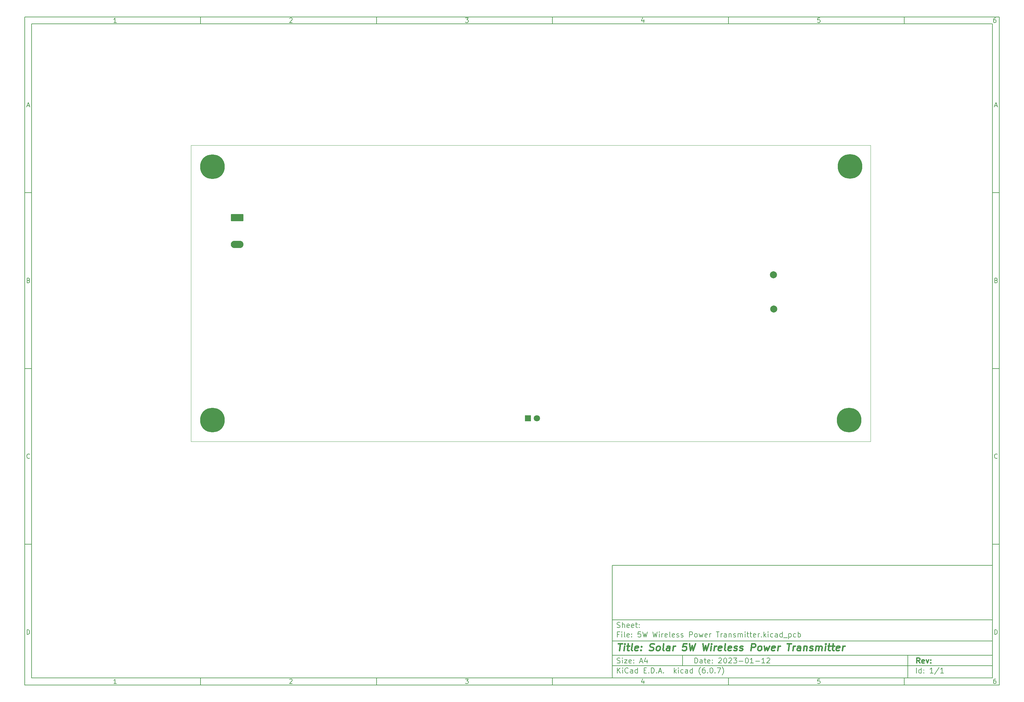
<source format=gbr>
%TF.GenerationSoftware,KiCad,Pcbnew,(6.0.7)*%
%TF.CreationDate,2023-01-12T19:17:07+03:00*%
%TF.ProjectId,5W Wireless Power Transmitter,35572057-6972-4656-9c65-737320506f77,rev?*%
%TF.SameCoordinates,Original*%
%TF.FileFunction,Soldermask,Bot*%
%TF.FilePolarity,Negative*%
%FSLAX46Y46*%
G04 Gerber Fmt 4.6, Leading zero omitted, Abs format (unit mm)*
G04 Created by KiCad (PCBNEW (6.0.7)) date 2023-01-12 19:17:07*
%MOMM*%
%LPD*%
G01*
G04 APERTURE LIST*
G04 Aperture macros list*
%AMRoundRect*
0 Rectangle with rounded corners*
0 $1 Rounding radius*
0 $2 $3 $4 $5 $6 $7 $8 $9 X,Y pos of 4 corners*
0 Add a 4 corners polygon primitive as box body*
4,1,4,$2,$3,$4,$5,$6,$7,$8,$9,$2,$3,0*
0 Add four circle primitives for the rounded corners*
1,1,$1+$1,$2,$3*
1,1,$1+$1,$4,$5*
1,1,$1+$1,$6,$7*
1,1,$1+$1,$8,$9*
0 Add four rect primitives between the rounded corners*
20,1,$1+$1,$2,$3,$4,$5,0*
20,1,$1+$1,$4,$5,$6,$7,0*
20,1,$1+$1,$6,$7,$8,$9,0*
20,1,$1+$1,$8,$9,$2,$3,0*%
G04 Aperture macros list end*
%ADD10C,0.100000*%
%ADD11C,0.150000*%
%ADD12C,0.300000*%
%ADD13C,0.400000*%
%TA.AperFunction,Profile*%
%ADD14C,0.100000*%
%TD*%
%ADD15C,0.800000*%
%ADD16C,7.000000*%
%ADD17R,1.800000X1.800000*%
%ADD18C,1.800000*%
%ADD19C,2.000000*%
%ADD20RoundRect,0.250001X-1.549999X0.799999X-1.549999X-0.799999X1.549999X-0.799999X1.549999X0.799999X0*%
%ADD21O,3.600000X2.100000*%
G04 APERTURE END LIST*
D10*
D11*
X177002200Y-166007200D02*
X177002200Y-198007200D01*
X285002200Y-198007200D01*
X285002200Y-166007200D01*
X177002200Y-166007200D01*
D10*
D11*
X10000000Y-10000000D02*
X10000000Y-200007200D01*
X287002200Y-200007200D01*
X287002200Y-10000000D01*
X10000000Y-10000000D01*
D10*
D11*
X12000000Y-12000000D02*
X12000000Y-198007200D01*
X285002200Y-198007200D01*
X285002200Y-12000000D01*
X12000000Y-12000000D01*
D10*
D11*
X60000000Y-12000000D02*
X60000000Y-10000000D01*
D10*
D11*
X110000000Y-12000000D02*
X110000000Y-10000000D01*
D10*
D11*
X160000000Y-12000000D02*
X160000000Y-10000000D01*
D10*
D11*
X210000000Y-12000000D02*
X210000000Y-10000000D01*
D10*
D11*
X260000000Y-12000000D02*
X260000000Y-10000000D01*
D10*
D11*
X36065476Y-11588095D02*
X35322619Y-11588095D01*
X35694047Y-11588095D02*
X35694047Y-10288095D01*
X35570238Y-10473809D01*
X35446428Y-10597619D01*
X35322619Y-10659523D01*
D10*
D11*
X85322619Y-10411904D02*
X85384523Y-10350000D01*
X85508333Y-10288095D01*
X85817857Y-10288095D01*
X85941666Y-10350000D01*
X86003571Y-10411904D01*
X86065476Y-10535714D01*
X86065476Y-10659523D01*
X86003571Y-10845238D01*
X85260714Y-11588095D01*
X86065476Y-11588095D01*
D10*
D11*
X135260714Y-10288095D02*
X136065476Y-10288095D01*
X135632142Y-10783333D01*
X135817857Y-10783333D01*
X135941666Y-10845238D01*
X136003571Y-10907142D01*
X136065476Y-11030952D01*
X136065476Y-11340476D01*
X136003571Y-11464285D01*
X135941666Y-11526190D01*
X135817857Y-11588095D01*
X135446428Y-11588095D01*
X135322619Y-11526190D01*
X135260714Y-11464285D01*
D10*
D11*
X185941666Y-10721428D02*
X185941666Y-11588095D01*
X185632142Y-10226190D02*
X185322619Y-11154761D01*
X186127380Y-11154761D01*
D10*
D11*
X236003571Y-10288095D02*
X235384523Y-10288095D01*
X235322619Y-10907142D01*
X235384523Y-10845238D01*
X235508333Y-10783333D01*
X235817857Y-10783333D01*
X235941666Y-10845238D01*
X236003571Y-10907142D01*
X236065476Y-11030952D01*
X236065476Y-11340476D01*
X236003571Y-11464285D01*
X235941666Y-11526190D01*
X235817857Y-11588095D01*
X235508333Y-11588095D01*
X235384523Y-11526190D01*
X235322619Y-11464285D01*
D10*
D11*
X285941666Y-10288095D02*
X285694047Y-10288095D01*
X285570238Y-10350000D01*
X285508333Y-10411904D01*
X285384523Y-10597619D01*
X285322619Y-10845238D01*
X285322619Y-11340476D01*
X285384523Y-11464285D01*
X285446428Y-11526190D01*
X285570238Y-11588095D01*
X285817857Y-11588095D01*
X285941666Y-11526190D01*
X286003571Y-11464285D01*
X286065476Y-11340476D01*
X286065476Y-11030952D01*
X286003571Y-10907142D01*
X285941666Y-10845238D01*
X285817857Y-10783333D01*
X285570238Y-10783333D01*
X285446428Y-10845238D01*
X285384523Y-10907142D01*
X285322619Y-11030952D01*
D10*
D11*
X60000000Y-198007200D02*
X60000000Y-200007200D01*
D10*
D11*
X110000000Y-198007200D02*
X110000000Y-200007200D01*
D10*
D11*
X160000000Y-198007200D02*
X160000000Y-200007200D01*
D10*
D11*
X210000000Y-198007200D02*
X210000000Y-200007200D01*
D10*
D11*
X260000000Y-198007200D02*
X260000000Y-200007200D01*
D10*
D11*
X36065476Y-199595295D02*
X35322619Y-199595295D01*
X35694047Y-199595295D02*
X35694047Y-198295295D01*
X35570238Y-198481009D01*
X35446428Y-198604819D01*
X35322619Y-198666723D01*
D10*
D11*
X85322619Y-198419104D02*
X85384523Y-198357200D01*
X85508333Y-198295295D01*
X85817857Y-198295295D01*
X85941666Y-198357200D01*
X86003571Y-198419104D01*
X86065476Y-198542914D01*
X86065476Y-198666723D01*
X86003571Y-198852438D01*
X85260714Y-199595295D01*
X86065476Y-199595295D01*
D10*
D11*
X135260714Y-198295295D02*
X136065476Y-198295295D01*
X135632142Y-198790533D01*
X135817857Y-198790533D01*
X135941666Y-198852438D01*
X136003571Y-198914342D01*
X136065476Y-199038152D01*
X136065476Y-199347676D01*
X136003571Y-199471485D01*
X135941666Y-199533390D01*
X135817857Y-199595295D01*
X135446428Y-199595295D01*
X135322619Y-199533390D01*
X135260714Y-199471485D01*
D10*
D11*
X185941666Y-198728628D02*
X185941666Y-199595295D01*
X185632142Y-198233390D02*
X185322619Y-199161961D01*
X186127380Y-199161961D01*
D10*
D11*
X236003571Y-198295295D02*
X235384523Y-198295295D01*
X235322619Y-198914342D01*
X235384523Y-198852438D01*
X235508333Y-198790533D01*
X235817857Y-198790533D01*
X235941666Y-198852438D01*
X236003571Y-198914342D01*
X236065476Y-199038152D01*
X236065476Y-199347676D01*
X236003571Y-199471485D01*
X235941666Y-199533390D01*
X235817857Y-199595295D01*
X235508333Y-199595295D01*
X235384523Y-199533390D01*
X235322619Y-199471485D01*
D10*
D11*
X285941666Y-198295295D02*
X285694047Y-198295295D01*
X285570238Y-198357200D01*
X285508333Y-198419104D01*
X285384523Y-198604819D01*
X285322619Y-198852438D01*
X285322619Y-199347676D01*
X285384523Y-199471485D01*
X285446428Y-199533390D01*
X285570238Y-199595295D01*
X285817857Y-199595295D01*
X285941666Y-199533390D01*
X286003571Y-199471485D01*
X286065476Y-199347676D01*
X286065476Y-199038152D01*
X286003571Y-198914342D01*
X285941666Y-198852438D01*
X285817857Y-198790533D01*
X285570238Y-198790533D01*
X285446428Y-198852438D01*
X285384523Y-198914342D01*
X285322619Y-199038152D01*
D10*
D11*
X10000000Y-60000000D02*
X12000000Y-60000000D01*
D10*
D11*
X10000000Y-110000000D02*
X12000000Y-110000000D01*
D10*
D11*
X10000000Y-160000000D02*
X12000000Y-160000000D01*
D10*
D11*
X10690476Y-35216666D02*
X11309523Y-35216666D01*
X10566666Y-35588095D02*
X11000000Y-34288095D01*
X11433333Y-35588095D01*
D10*
D11*
X11092857Y-84907142D02*
X11278571Y-84969047D01*
X11340476Y-85030952D01*
X11402380Y-85154761D01*
X11402380Y-85340476D01*
X11340476Y-85464285D01*
X11278571Y-85526190D01*
X11154761Y-85588095D01*
X10659523Y-85588095D01*
X10659523Y-84288095D01*
X11092857Y-84288095D01*
X11216666Y-84350000D01*
X11278571Y-84411904D01*
X11340476Y-84535714D01*
X11340476Y-84659523D01*
X11278571Y-84783333D01*
X11216666Y-84845238D01*
X11092857Y-84907142D01*
X10659523Y-84907142D01*
D10*
D11*
X11402380Y-135464285D02*
X11340476Y-135526190D01*
X11154761Y-135588095D01*
X11030952Y-135588095D01*
X10845238Y-135526190D01*
X10721428Y-135402380D01*
X10659523Y-135278571D01*
X10597619Y-135030952D01*
X10597619Y-134845238D01*
X10659523Y-134597619D01*
X10721428Y-134473809D01*
X10845238Y-134350000D01*
X11030952Y-134288095D01*
X11154761Y-134288095D01*
X11340476Y-134350000D01*
X11402380Y-134411904D01*
D10*
D11*
X10659523Y-185588095D02*
X10659523Y-184288095D01*
X10969047Y-184288095D01*
X11154761Y-184350000D01*
X11278571Y-184473809D01*
X11340476Y-184597619D01*
X11402380Y-184845238D01*
X11402380Y-185030952D01*
X11340476Y-185278571D01*
X11278571Y-185402380D01*
X11154761Y-185526190D01*
X10969047Y-185588095D01*
X10659523Y-185588095D01*
D10*
D11*
X287002200Y-60000000D02*
X285002200Y-60000000D01*
D10*
D11*
X287002200Y-110000000D02*
X285002200Y-110000000D01*
D10*
D11*
X287002200Y-160000000D02*
X285002200Y-160000000D01*
D10*
D11*
X285692676Y-35216666D02*
X286311723Y-35216666D01*
X285568866Y-35588095D02*
X286002200Y-34288095D01*
X286435533Y-35588095D01*
D10*
D11*
X286095057Y-84907142D02*
X286280771Y-84969047D01*
X286342676Y-85030952D01*
X286404580Y-85154761D01*
X286404580Y-85340476D01*
X286342676Y-85464285D01*
X286280771Y-85526190D01*
X286156961Y-85588095D01*
X285661723Y-85588095D01*
X285661723Y-84288095D01*
X286095057Y-84288095D01*
X286218866Y-84350000D01*
X286280771Y-84411904D01*
X286342676Y-84535714D01*
X286342676Y-84659523D01*
X286280771Y-84783333D01*
X286218866Y-84845238D01*
X286095057Y-84907142D01*
X285661723Y-84907142D01*
D10*
D11*
X286404580Y-135464285D02*
X286342676Y-135526190D01*
X286156961Y-135588095D01*
X286033152Y-135588095D01*
X285847438Y-135526190D01*
X285723628Y-135402380D01*
X285661723Y-135278571D01*
X285599819Y-135030952D01*
X285599819Y-134845238D01*
X285661723Y-134597619D01*
X285723628Y-134473809D01*
X285847438Y-134350000D01*
X286033152Y-134288095D01*
X286156961Y-134288095D01*
X286342676Y-134350000D01*
X286404580Y-134411904D01*
D10*
D11*
X285661723Y-185588095D02*
X285661723Y-184288095D01*
X285971247Y-184288095D01*
X286156961Y-184350000D01*
X286280771Y-184473809D01*
X286342676Y-184597619D01*
X286404580Y-184845238D01*
X286404580Y-185030952D01*
X286342676Y-185278571D01*
X286280771Y-185402380D01*
X286156961Y-185526190D01*
X285971247Y-185588095D01*
X285661723Y-185588095D01*
D10*
D11*
X200434342Y-193785771D02*
X200434342Y-192285771D01*
X200791485Y-192285771D01*
X201005771Y-192357200D01*
X201148628Y-192500057D01*
X201220057Y-192642914D01*
X201291485Y-192928628D01*
X201291485Y-193142914D01*
X201220057Y-193428628D01*
X201148628Y-193571485D01*
X201005771Y-193714342D01*
X200791485Y-193785771D01*
X200434342Y-193785771D01*
X202577200Y-193785771D02*
X202577200Y-193000057D01*
X202505771Y-192857200D01*
X202362914Y-192785771D01*
X202077200Y-192785771D01*
X201934342Y-192857200D01*
X202577200Y-193714342D02*
X202434342Y-193785771D01*
X202077200Y-193785771D01*
X201934342Y-193714342D01*
X201862914Y-193571485D01*
X201862914Y-193428628D01*
X201934342Y-193285771D01*
X202077200Y-193214342D01*
X202434342Y-193214342D01*
X202577200Y-193142914D01*
X203077200Y-192785771D02*
X203648628Y-192785771D01*
X203291485Y-192285771D02*
X203291485Y-193571485D01*
X203362914Y-193714342D01*
X203505771Y-193785771D01*
X203648628Y-193785771D01*
X204720057Y-193714342D02*
X204577200Y-193785771D01*
X204291485Y-193785771D01*
X204148628Y-193714342D01*
X204077200Y-193571485D01*
X204077200Y-193000057D01*
X204148628Y-192857200D01*
X204291485Y-192785771D01*
X204577200Y-192785771D01*
X204720057Y-192857200D01*
X204791485Y-193000057D01*
X204791485Y-193142914D01*
X204077200Y-193285771D01*
X205434342Y-193642914D02*
X205505771Y-193714342D01*
X205434342Y-193785771D01*
X205362914Y-193714342D01*
X205434342Y-193642914D01*
X205434342Y-193785771D01*
X205434342Y-192857200D02*
X205505771Y-192928628D01*
X205434342Y-193000057D01*
X205362914Y-192928628D01*
X205434342Y-192857200D01*
X205434342Y-193000057D01*
X207220057Y-192428628D02*
X207291485Y-192357200D01*
X207434342Y-192285771D01*
X207791485Y-192285771D01*
X207934342Y-192357200D01*
X208005771Y-192428628D01*
X208077200Y-192571485D01*
X208077200Y-192714342D01*
X208005771Y-192928628D01*
X207148628Y-193785771D01*
X208077200Y-193785771D01*
X209005771Y-192285771D02*
X209148628Y-192285771D01*
X209291485Y-192357200D01*
X209362914Y-192428628D01*
X209434342Y-192571485D01*
X209505771Y-192857200D01*
X209505771Y-193214342D01*
X209434342Y-193500057D01*
X209362914Y-193642914D01*
X209291485Y-193714342D01*
X209148628Y-193785771D01*
X209005771Y-193785771D01*
X208862914Y-193714342D01*
X208791485Y-193642914D01*
X208720057Y-193500057D01*
X208648628Y-193214342D01*
X208648628Y-192857200D01*
X208720057Y-192571485D01*
X208791485Y-192428628D01*
X208862914Y-192357200D01*
X209005771Y-192285771D01*
X210077200Y-192428628D02*
X210148628Y-192357200D01*
X210291485Y-192285771D01*
X210648628Y-192285771D01*
X210791485Y-192357200D01*
X210862914Y-192428628D01*
X210934342Y-192571485D01*
X210934342Y-192714342D01*
X210862914Y-192928628D01*
X210005771Y-193785771D01*
X210934342Y-193785771D01*
X211434342Y-192285771D02*
X212362914Y-192285771D01*
X211862914Y-192857200D01*
X212077200Y-192857200D01*
X212220057Y-192928628D01*
X212291485Y-193000057D01*
X212362914Y-193142914D01*
X212362914Y-193500057D01*
X212291485Y-193642914D01*
X212220057Y-193714342D01*
X212077200Y-193785771D01*
X211648628Y-193785771D01*
X211505771Y-193714342D01*
X211434342Y-193642914D01*
X213005771Y-193214342D02*
X214148628Y-193214342D01*
X215148628Y-192285771D02*
X215291485Y-192285771D01*
X215434342Y-192357200D01*
X215505771Y-192428628D01*
X215577200Y-192571485D01*
X215648628Y-192857200D01*
X215648628Y-193214342D01*
X215577200Y-193500057D01*
X215505771Y-193642914D01*
X215434342Y-193714342D01*
X215291485Y-193785771D01*
X215148628Y-193785771D01*
X215005771Y-193714342D01*
X214934342Y-193642914D01*
X214862914Y-193500057D01*
X214791485Y-193214342D01*
X214791485Y-192857200D01*
X214862914Y-192571485D01*
X214934342Y-192428628D01*
X215005771Y-192357200D01*
X215148628Y-192285771D01*
X217077200Y-193785771D02*
X216220057Y-193785771D01*
X216648628Y-193785771D02*
X216648628Y-192285771D01*
X216505771Y-192500057D01*
X216362914Y-192642914D01*
X216220057Y-192714342D01*
X217720057Y-193214342D02*
X218862914Y-193214342D01*
X220362914Y-193785771D02*
X219505771Y-193785771D01*
X219934342Y-193785771D02*
X219934342Y-192285771D01*
X219791485Y-192500057D01*
X219648628Y-192642914D01*
X219505771Y-192714342D01*
X220934342Y-192428628D02*
X221005771Y-192357200D01*
X221148628Y-192285771D01*
X221505771Y-192285771D01*
X221648628Y-192357200D01*
X221720057Y-192428628D01*
X221791485Y-192571485D01*
X221791485Y-192714342D01*
X221720057Y-192928628D01*
X220862914Y-193785771D01*
X221791485Y-193785771D01*
D10*
D11*
X177002200Y-194507200D02*
X285002200Y-194507200D01*
D10*
D11*
X178434342Y-196585771D02*
X178434342Y-195085771D01*
X179291485Y-196585771D02*
X178648628Y-195728628D01*
X179291485Y-195085771D02*
X178434342Y-195942914D01*
X179934342Y-196585771D02*
X179934342Y-195585771D01*
X179934342Y-195085771D02*
X179862914Y-195157200D01*
X179934342Y-195228628D01*
X180005771Y-195157200D01*
X179934342Y-195085771D01*
X179934342Y-195228628D01*
X181505771Y-196442914D02*
X181434342Y-196514342D01*
X181220057Y-196585771D01*
X181077200Y-196585771D01*
X180862914Y-196514342D01*
X180720057Y-196371485D01*
X180648628Y-196228628D01*
X180577200Y-195942914D01*
X180577200Y-195728628D01*
X180648628Y-195442914D01*
X180720057Y-195300057D01*
X180862914Y-195157200D01*
X181077200Y-195085771D01*
X181220057Y-195085771D01*
X181434342Y-195157200D01*
X181505771Y-195228628D01*
X182791485Y-196585771D02*
X182791485Y-195800057D01*
X182720057Y-195657200D01*
X182577200Y-195585771D01*
X182291485Y-195585771D01*
X182148628Y-195657200D01*
X182791485Y-196514342D02*
X182648628Y-196585771D01*
X182291485Y-196585771D01*
X182148628Y-196514342D01*
X182077200Y-196371485D01*
X182077200Y-196228628D01*
X182148628Y-196085771D01*
X182291485Y-196014342D01*
X182648628Y-196014342D01*
X182791485Y-195942914D01*
X184148628Y-196585771D02*
X184148628Y-195085771D01*
X184148628Y-196514342D02*
X184005771Y-196585771D01*
X183720057Y-196585771D01*
X183577200Y-196514342D01*
X183505771Y-196442914D01*
X183434342Y-196300057D01*
X183434342Y-195871485D01*
X183505771Y-195728628D01*
X183577200Y-195657200D01*
X183720057Y-195585771D01*
X184005771Y-195585771D01*
X184148628Y-195657200D01*
X186005771Y-195800057D02*
X186505771Y-195800057D01*
X186720057Y-196585771D02*
X186005771Y-196585771D01*
X186005771Y-195085771D01*
X186720057Y-195085771D01*
X187362914Y-196442914D02*
X187434342Y-196514342D01*
X187362914Y-196585771D01*
X187291485Y-196514342D01*
X187362914Y-196442914D01*
X187362914Y-196585771D01*
X188077200Y-196585771D02*
X188077200Y-195085771D01*
X188434342Y-195085771D01*
X188648628Y-195157200D01*
X188791485Y-195300057D01*
X188862914Y-195442914D01*
X188934342Y-195728628D01*
X188934342Y-195942914D01*
X188862914Y-196228628D01*
X188791485Y-196371485D01*
X188648628Y-196514342D01*
X188434342Y-196585771D01*
X188077200Y-196585771D01*
X189577200Y-196442914D02*
X189648628Y-196514342D01*
X189577200Y-196585771D01*
X189505771Y-196514342D01*
X189577200Y-196442914D01*
X189577200Y-196585771D01*
X190220057Y-196157200D02*
X190934342Y-196157200D01*
X190077200Y-196585771D02*
X190577200Y-195085771D01*
X191077200Y-196585771D01*
X191577200Y-196442914D02*
X191648628Y-196514342D01*
X191577200Y-196585771D01*
X191505771Y-196514342D01*
X191577200Y-196442914D01*
X191577200Y-196585771D01*
X194577200Y-196585771D02*
X194577200Y-195085771D01*
X194720057Y-196014342D02*
X195148628Y-196585771D01*
X195148628Y-195585771D02*
X194577200Y-196157200D01*
X195791485Y-196585771D02*
X195791485Y-195585771D01*
X195791485Y-195085771D02*
X195720057Y-195157200D01*
X195791485Y-195228628D01*
X195862914Y-195157200D01*
X195791485Y-195085771D01*
X195791485Y-195228628D01*
X197148628Y-196514342D02*
X197005771Y-196585771D01*
X196720057Y-196585771D01*
X196577200Y-196514342D01*
X196505771Y-196442914D01*
X196434342Y-196300057D01*
X196434342Y-195871485D01*
X196505771Y-195728628D01*
X196577200Y-195657200D01*
X196720057Y-195585771D01*
X197005771Y-195585771D01*
X197148628Y-195657200D01*
X198434342Y-196585771D02*
X198434342Y-195800057D01*
X198362914Y-195657200D01*
X198220057Y-195585771D01*
X197934342Y-195585771D01*
X197791485Y-195657200D01*
X198434342Y-196514342D02*
X198291485Y-196585771D01*
X197934342Y-196585771D01*
X197791485Y-196514342D01*
X197720057Y-196371485D01*
X197720057Y-196228628D01*
X197791485Y-196085771D01*
X197934342Y-196014342D01*
X198291485Y-196014342D01*
X198434342Y-195942914D01*
X199791485Y-196585771D02*
X199791485Y-195085771D01*
X199791485Y-196514342D02*
X199648628Y-196585771D01*
X199362914Y-196585771D01*
X199220057Y-196514342D01*
X199148628Y-196442914D01*
X199077200Y-196300057D01*
X199077200Y-195871485D01*
X199148628Y-195728628D01*
X199220057Y-195657200D01*
X199362914Y-195585771D01*
X199648628Y-195585771D01*
X199791485Y-195657200D01*
X202077200Y-197157200D02*
X202005771Y-197085771D01*
X201862914Y-196871485D01*
X201791485Y-196728628D01*
X201720057Y-196514342D01*
X201648628Y-196157200D01*
X201648628Y-195871485D01*
X201720057Y-195514342D01*
X201791485Y-195300057D01*
X201862914Y-195157200D01*
X202005771Y-194942914D01*
X202077200Y-194871485D01*
X203291485Y-195085771D02*
X203005771Y-195085771D01*
X202862914Y-195157200D01*
X202791485Y-195228628D01*
X202648628Y-195442914D01*
X202577200Y-195728628D01*
X202577200Y-196300057D01*
X202648628Y-196442914D01*
X202720057Y-196514342D01*
X202862914Y-196585771D01*
X203148628Y-196585771D01*
X203291485Y-196514342D01*
X203362914Y-196442914D01*
X203434342Y-196300057D01*
X203434342Y-195942914D01*
X203362914Y-195800057D01*
X203291485Y-195728628D01*
X203148628Y-195657200D01*
X202862914Y-195657200D01*
X202720057Y-195728628D01*
X202648628Y-195800057D01*
X202577200Y-195942914D01*
X204077200Y-196442914D02*
X204148628Y-196514342D01*
X204077200Y-196585771D01*
X204005771Y-196514342D01*
X204077200Y-196442914D01*
X204077200Y-196585771D01*
X205077200Y-195085771D02*
X205220057Y-195085771D01*
X205362914Y-195157200D01*
X205434342Y-195228628D01*
X205505771Y-195371485D01*
X205577200Y-195657200D01*
X205577200Y-196014342D01*
X205505771Y-196300057D01*
X205434342Y-196442914D01*
X205362914Y-196514342D01*
X205220057Y-196585771D01*
X205077200Y-196585771D01*
X204934342Y-196514342D01*
X204862914Y-196442914D01*
X204791485Y-196300057D01*
X204720057Y-196014342D01*
X204720057Y-195657200D01*
X204791485Y-195371485D01*
X204862914Y-195228628D01*
X204934342Y-195157200D01*
X205077200Y-195085771D01*
X206220057Y-196442914D02*
X206291485Y-196514342D01*
X206220057Y-196585771D01*
X206148628Y-196514342D01*
X206220057Y-196442914D01*
X206220057Y-196585771D01*
X206791485Y-195085771D02*
X207791485Y-195085771D01*
X207148628Y-196585771D01*
X208220057Y-197157200D02*
X208291485Y-197085771D01*
X208434342Y-196871485D01*
X208505771Y-196728628D01*
X208577200Y-196514342D01*
X208648628Y-196157200D01*
X208648628Y-195871485D01*
X208577200Y-195514342D01*
X208505771Y-195300057D01*
X208434342Y-195157200D01*
X208291485Y-194942914D01*
X208220057Y-194871485D01*
D10*
D11*
X177002200Y-191507200D02*
X285002200Y-191507200D01*
D10*
D12*
X264411485Y-193785771D02*
X263911485Y-193071485D01*
X263554342Y-193785771D02*
X263554342Y-192285771D01*
X264125771Y-192285771D01*
X264268628Y-192357200D01*
X264340057Y-192428628D01*
X264411485Y-192571485D01*
X264411485Y-192785771D01*
X264340057Y-192928628D01*
X264268628Y-193000057D01*
X264125771Y-193071485D01*
X263554342Y-193071485D01*
X265625771Y-193714342D02*
X265482914Y-193785771D01*
X265197200Y-193785771D01*
X265054342Y-193714342D01*
X264982914Y-193571485D01*
X264982914Y-193000057D01*
X265054342Y-192857200D01*
X265197200Y-192785771D01*
X265482914Y-192785771D01*
X265625771Y-192857200D01*
X265697200Y-193000057D01*
X265697200Y-193142914D01*
X264982914Y-193285771D01*
X266197200Y-192785771D02*
X266554342Y-193785771D01*
X266911485Y-192785771D01*
X267482914Y-193642914D02*
X267554342Y-193714342D01*
X267482914Y-193785771D01*
X267411485Y-193714342D01*
X267482914Y-193642914D01*
X267482914Y-193785771D01*
X267482914Y-192857200D02*
X267554342Y-192928628D01*
X267482914Y-193000057D01*
X267411485Y-192928628D01*
X267482914Y-192857200D01*
X267482914Y-193000057D01*
D10*
D11*
X178362914Y-193714342D02*
X178577200Y-193785771D01*
X178934342Y-193785771D01*
X179077200Y-193714342D01*
X179148628Y-193642914D01*
X179220057Y-193500057D01*
X179220057Y-193357200D01*
X179148628Y-193214342D01*
X179077200Y-193142914D01*
X178934342Y-193071485D01*
X178648628Y-193000057D01*
X178505771Y-192928628D01*
X178434342Y-192857200D01*
X178362914Y-192714342D01*
X178362914Y-192571485D01*
X178434342Y-192428628D01*
X178505771Y-192357200D01*
X178648628Y-192285771D01*
X179005771Y-192285771D01*
X179220057Y-192357200D01*
X179862914Y-193785771D02*
X179862914Y-192785771D01*
X179862914Y-192285771D02*
X179791485Y-192357200D01*
X179862914Y-192428628D01*
X179934342Y-192357200D01*
X179862914Y-192285771D01*
X179862914Y-192428628D01*
X180434342Y-192785771D02*
X181220057Y-192785771D01*
X180434342Y-193785771D01*
X181220057Y-193785771D01*
X182362914Y-193714342D02*
X182220057Y-193785771D01*
X181934342Y-193785771D01*
X181791485Y-193714342D01*
X181720057Y-193571485D01*
X181720057Y-193000057D01*
X181791485Y-192857200D01*
X181934342Y-192785771D01*
X182220057Y-192785771D01*
X182362914Y-192857200D01*
X182434342Y-193000057D01*
X182434342Y-193142914D01*
X181720057Y-193285771D01*
X183077200Y-193642914D02*
X183148628Y-193714342D01*
X183077200Y-193785771D01*
X183005771Y-193714342D01*
X183077200Y-193642914D01*
X183077200Y-193785771D01*
X183077200Y-192857200D02*
X183148628Y-192928628D01*
X183077200Y-193000057D01*
X183005771Y-192928628D01*
X183077200Y-192857200D01*
X183077200Y-193000057D01*
X184862914Y-193357200D02*
X185577200Y-193357200D01*
X184720057Y-193785771D02*
X185220057Y-192285771D01*
X185720057Y-193785771D01*
X186862914Y-192785771D02*
X186862914Y-193785771D01*
X186505771Y-192214342D02*
X186148628Y-193285771D01*
X187077200Y-193285771D01*
D10*
D11*
X263434342Y-196585771D02*
X263434342Y-195085771D01*
X264791485Y-196585771D02*
X264791485Y-195085771D01*
X264791485Y-196514342D02*
X264648628Y-196585771D01*
X264362914Y-196585771D01*
X264220057Y-196514342D01*
X264148628Y-196442914D01*
X264077200Y-196300057D01*
X264077200Y-195871485D01*
X264148628Y-195728628D01*
X264220057Y-195657200D01*
X264362914Y-195585771D01*
X264648628Y-195585771D01*
X264791485Y-195657200D01*
X265505771Y-196442914D02*
X265577200Y-196514342D01*
X265505771Y-196585771D01*
X265434342Y-196514342D01*
X265505771Y-196442914D01*
X265505771Y-196585771D01*
X265505771Y-195657200D02*
X265577200Y-195728628D01*
X265505771Y-195800057D01*
X265434342Y-195728628D01*
X265505771Y-195657200D01*
X265505771Y-195800057D01*
X268148628Y-196585771D02*
X267291485Y-196585771D01*
X267720057Y-196585771D02*
X267720057Y-195085771D01*
X267577200Y-195300057D01*
X267434342Y-195442914D01*
X267291485Y-195514342D01*
X269862914Y-195014342D02*
X268577200Y-196942914D01*
X271148628Y-196585771D02*
X270291485Y-196585771D01*
X270720057Y-196585771D02*
X270720057Y-195085771D01*
X270577200Y-195300057D01*
X270434342Y-195442914D01*
X270291485Y-195514342D01*
D10*
D11*
X177002200Y-187507200D02*
X285002200Y-187507200D01*
D10*
D13*
X178714580Y-188211961D02*
X179857438Y-188211961D01*
X179036009Y-190211961D02*
X179286009Y-188211961D01*
X180274104Y-190211961D02*
X180440771Y-188878628D01*
X180524104Y-188211961D02*
X180416961Y-188307200D01*
X180500295Y-188402438D01*
X180607438Y-188307200D01*
X180524104Y-188211961D01*
X180500295Y-188402438D01*
X181107438Y-188878628D02*
X181869342Y-188878628D01*
X181476485Y-188211961D02*
X181262200Y-189926247D01*
X181333628Y-190116723D01*
X181512200Y-190211961D01*
X181702676Y-190211961D01*
X182655057Y-190211961D02*
X182476485Y-190116723D01*
X182405057Y-189926247D01*
X182619342Y-188211961D01*
X184190771Y-190116723D02*
X183988390Y-190211961D01*
X183607438Y-190211961D01*
X183428866Y-190116723D01*
X183357438Y-189926247D01*
X183452676Y-189164342D01*
X183571723Y-188973866D01*
X183774104Y-188878628D01*
X184155057Y-188878628D01*
X184333628Y-188973866D01*
X184405057Y-189164342D01*
X184381247Y-189354819D01*
X183405057Y-189545295D01*
X185155057Y-190021485D02*
X185238390Y-190116723D01*
X185131247Y-190211961D01*
X185047914Y-190116723D01*
X185155057Y-190021485D01*
X185131247Y-190211961D01*
X185286009Y-188973866D02*
X185369342Y-189069104D01*
X185262200Y-189164342D01*
X185178866Y-189069104D01*
X185286009Y-188973866D01*
X185262200Y-189164342D01*
X187524104Y-190116723D02*
X187797914Y-190211961D01*
X188274104Y-190211961D01*
X188476485Y-190116723D01*
X188583628Y-190021485D01*
X188702676Y-189831009D01*
X188726485Y-189640533D01*
X188655057Y-189450057D01*
X188571723Y-189354819D01*
X188393152Y-189259580D01*
X188024104Y-189164342D01*
X187845533Y-189069104D01*
X187762200Y-188973866D01*
X187690771Y-188783390D01*
X187714580Y-188592914D01*
X187833628Y-188402438D01*
X187940771Y-188307200D01*
X188143152Y-188211961D01*
X188619342Y-188211961D01*
X188893152Y-188307200D01*
X189797914Y-190211961D02*
X189619342Y-190116723D01*
X189536009Y-190021485D01*
X189464580Y-189831009D01*
X189536009Y-189259580D01*
X189655057Y-189069104D01*
X189762200Y-188973866D01*
X189964580Y-188878628D01*
X190250295Y-188878628D01*
X190428866Y-188973866D01*
X190512200Y-189069104D01*
X190583628Y-189259580D01*
X190512200Y-189831009D01*
X190393152Y-190021485D01*
X190286009Y-190116723D01*
X190083628Y-190211961D01*
X189797914Y-190211961D01*
X191607438Y-190211961D02*
X191428866Y-190116723D01*
X191357438Y-189926247D01*
X191571723Y-188211961D01*
X193226485Y-190211961D02*
X193357438Y-189164342D01*
X193286009Y-188973866D01*
X193107438Y-188878628D01*
X192726485Y-188878628D01*
X192524104Y-188973866D01*
X193238390Y-190116723D02*
X193036009Y-190211961D01*
X192559819Y-190211961D01*
X192381247Y-190116723D01*
X192309819Y-189926247D01*
X192333628Y-189735771D01*
X192452676Y-189545295D01*
X192655057Y-189450057D01*
X193131247Y-189450057D01*
X193333628Y-189354819D01*
X194178866Y-190211961D02*
X194345533Y-188878628D01*
X194297914Y-189259580D02*
X194416961Y-189069104D01*
X194524104Y-188973866D01*
X194726485Y-188878628D01*
X194916961Y-188878628D01*
X198143152Y-188211961D02*
X197190771Y-188211961D01*
X196976485Y-189164342D01*
X197083628Y-189069104D01*
X197286009Y-188973866D01*
X197762200Y-188973866D01*
X197940771Y-189069104D01*
X198024104Y-189164342D01*
X198095533Y-189354819D01*
X198036009Y-189831009D01*
X197916961Y-190021485D01*
X197809819Y-190116723D01*
X197607438Y-190211961D01*
X197131247Y-190211961D01*
X196952676Y-190116723D01*
X196869342Y-190021485D01*
X198905057Y-188211961D02*
X199131247Y-190211961D01*
X199690771Y-188783390D01*
X199893152Y-190211961D01*
X200619342Y-188211961D01*
X202714580Y-188211961D02*
X202940771Y-190211961D01*
X203500295Y-188783390D01*
X203702676Y-190211961D01*
X204428866Y-188211961D01*
X204940771Y-190211961D02*
X205107438Y-188878628D01*
X205190771Y-188211961D02*
X205083628Y-188307200D01*
X205166961Y-188402438D01*
X205274104Y-188307200D01*
X205190771Y-188211961D01*
X205166961Y-188402438D01*
X205893152Y-190211961D02*
X206059819Y-188878628D01*
X206012200Y-189259580D02*
X206131247Y-189069104D01*
X206238390Y-188973866D01*
X206440771Y-188878628D01*
X206631247Y-188878628D01*
X207905057Y-190116723D02*
X207702676Y-190211961D01*
X207321723Y-190211961D01*
X207143152Y-190116723D01*
X207071723Y-189926247D01*
X207166961Y-189164342D01*
X207286009Y-188973866D01*
X207488390Y-188878628D01*
X207869342Y-188878628D01*
X208047914Y-188973866D01*
X208119342Y-189164342D01*
X208095533Y-189354819D01*
X207119342Y-189545295D01*
X209131247Y-190211961D02*
X208952676Y-190116723D01*
X208881247Y-189926247D01*
X209095533Y-188211961D01*
X210666961Y-190116723D02*
X210464580Y-190211961D01*
X210083628Y-190211961D01*
X209905057Y-190116723D01*
X209833628Y-189926247D01*
X209928866Y-189164342D01*
X210047914Y-188973866D01*
X210250295Y-188878628D01*
X210631247Y-188878628D01*
X210809819Y-188973866D01*
X210881247Y-189164342D01*
X210857438Y-189354819D01*
X209881247Y-189545295D01*
X211524104Y-190116723D02*
X211702676Y-190211961D01*
X212083628Y-190211961D01*
X212286009Y-190116723D01*
X212405057Y-189926247D01*
X212416961Y-189831009D01*
X212345533Y-189640533D01*
X212166961Y-189545295D01*
X211881247Y-189545295D01*
X211702676Y-189450057D01*
X211631247Y-189259580D01*
X211643152Y-189164342D01*
X211762200Y-188973866D01*
X211964580Y-188878628D01*
X212250295Y-188878628D01*
X212428866Y-188973866D01*
X213143152Y-190116723D02*
X213321723Y-190211961D01*
X213702676Y-190211961D01*
X213905057Y-190116723D01*
X214024104Y-189926247D01*
X214036009Y-189831009D01*
X213964580Y-189640533D01*
X213786009Y-189545295D01*
X213500295Y-189545295D01*
X213321723Y-189450057D01*
X213250295Y-189259580D01*
X213262200Y-189164342D01*
X213381247Y-188973866D01*
X213583628Y-188878628D01*
X213869342Y-188878628D01*
X214047914Y-188973866D01*
X216369342Y-190211961D02*
X216619342Y-188211961D01*
X217381247Y-188211961D01*
X217559819Y-188307200D01*
X217643152Y-188402438D01*
X217714580Y-188592914D01*
X217678866Y-188878628D01*
X217559819Y-189069104D01*
X217452676Y-189164342D01*
X217250295Y-189259580D01*
X216488390Y-189259580D01*
X218655057Y-190211961D02*
X218476485Y-190116723D01*
X218393152Y-190021485D01*
X218321723Y-189831009D01*
X218393152Y-189259580D01*
X218512200Y-189069104D01*
X218619342Y-188973866D01*
X218821723Y-188878628D01*
X219107438Y-188878628D01*
X219286009Y-188973866D01*
X219369342Y-189069104D01*
X219440771Y-189259580D01*
X219369342Y-189831009D01*
X219250295Y-190021485D01*
X219143152Y-190116723D01*
X218940771Y-190211961D01*
X218655057Y-190211961D01*
X220155057Y-188878628D02*
X220369342Y-190211961D01*
X220869342Y-189259580D01*
X221131247Y-190211961D01*
X221678866Y-188878628D01*
X223047914Y-190116723D02*
X222845533Y-190211961D01*
X222464580Y-190211961D01*
X222286009Y-190116723D01*
X222214580Y-189926247D01*
X222309819Y-189164342D01*
X222428866Y-188973866D01*
X222631247Y-188878628D01*
X223012200Y-188878628D01*
X223190771Y-188973866D01*
X223262200Y-189164342D01*
X223238390Y-189354819D01*
X222262200Y-189545295D01*
X223988390Y-190211961D02*
X224155057Y-188878628D01*
X224107438Y-189259580D02*
X224226485Y-189069104D01*
X224333628Y-188973866D01*
X224536009Y-188878628D01*
X224726485Y-188878628D01*
X226714580Y-188211961D02*
X227857438Y-188211961D01*
X227036009Y-190211961D02*
X227286009Y-188211961D01*
X228274104Y-190211961D02*
X228440771Y-188878628D01*
X228393152Y-189259580D02*
X228512200Y-189069104D01*
X228619342Y-188973866D01*
X228821723Y-188878628D01*
X229012200Y-188878628D01*
X230369342Y-190211961D02*
X230500295Y-189164342D01*
X230428866Y-188973866D01*
X230250295Y-188878628D01*
X229869342Y-188878628D01*
X229666961Y-188973866D01*
X230381247Y-190116723D02*
X230178866Y-190211961D01*
X229702676Y-190211961D01*
X229524104Y-190116723D01*
X229452676Y-189926247D01*
X229476485Y-189735771D01*
X229595533Y-189545295D01*
X229797914Y-189450057D01*
X230274104Y-189450057D01*
X230476485Y-189354819D01*
X231488390Y-188878628D02*
X231321723Y-190211961D01*
X231464580Y-189069104D02*
X231571723Y-188973866D01*
X231774104Y-188878628D01*
X232059819Y-188878628D01*
X232238390Y-188973866D01*
X232309819Y-189164342D01*
X232178866Y-190211961D01*
X233047914Y-190116723D02*
X233226485Y-190211961D01*
X233607438Y-190211961D01*
X233809819Y-190116723D01*
X233928866Y-189926247D01*
X233940771Y-189831009D01*
X233869342Y-189640533D01*
X233690771Y-189545295D01*
X233405057Y-189545295D01*
X233226485Y-189450057D01*
X233155057Y-189259580D01*
X233166961Y-189164342D01*
X233286009Y-188973866D01*
X233488390Y-188878628D01*
X233774104Y-188878628D01*
X233952676Y-188973866D01*
X234750295Y-190211961D02*
X234916961Y-188878628D01*
X234893152Y-189069104D02*
X235000295Y-188973866D01*
X235202676Y-188878628D01*
X235488390Y-188878628D01*
X235666961Y-188973866D01*
X235738390Y-189164342D01*
X235607438Y-190211961D01*
X235738390Y-189164342D02*
X235857438Y-188973866D01*
X236059819Y-188878628D01*
X236345533Y-188878628D01*
X236524104Y-188973866D01*
X236595533Y-189164342D01*
X236464580Y-190211961D01*
X237416961Y-190211961D02*
X237583628Y-188878628D01*
X237666961Y-188211961D02*
X237559819Y-188307200D01*
X237643152Y-188402438D01*
X237750295Y-188307200D01*
X237666961Y-188211961D01*
X237643152Y-188402438D01*
X238250295Y-188878628D02*
X239012200Y-188878628D01*
X238619342Y-188211961D02*
X238405057Y-189926247D01*
X238476485Y-190116723D01*
X238655057Y-190211961D01*
X238845533Y-190211961D01*
X239393152Y-188878628D02*
X240155057Y-188878628D01*
X239762200Y-188211961D02*
X239547914Y-189926247D01*
X239619342Y-190116723D01*
X239797914Y-190211961D01*
X239988390Y-190211961D01*
X241428866Y-190116723D02*
X241226485Y-190211961D01*
X240845533Y-190211961D01*
X240666961Y-190116723D01*
X240595533Y-189926247D01*
X240690771Y-189164342D01*
X240809819Y-188973866D01*
X241012199Y-188878628D01*
X241393152Y-188878628D01*
X241571723Y-188973866D01*
X241643152Y-189164342D01*
X241619342Y-189354819D01*
X240643152Y-189545295D01*
X242369342Y-190211961D02*
X242536009Y-188878628D01*
X242488390Y-189259580D02*
X242607438Y-189069104D01*
X242714580Y-188973866D01*
X242916961Y-188878628D01*
X243107438Y-188878628D01*
D10*
D11*
X178934342Y-185600057D02*
X178434342Y-185600057D01*
X178434342Y-186385771D02*
X178434342Y-184885771D01*
X179148628Y-184885771D01*
X179720057Y-186385771D02*
X179720057Y-185385771D01*
X179720057Y-184885771D02*
X179648628Y-184957200D01*
X179720057Y-185028628D01*
X179791485Y-184957200D01*
X179720057Y-184885771D01*
X179720057Y-185028628D01*
X180648628Y-186385771D02*
X180505771Y-186314342D01*
X180434342Y-186171485D01*
X180434342Y-184885771D01*
X181791485Y-186314342D02*
X181648628Y-186385771D01*
X181362914Y-186385771D01*
X181220057Y-186314342D01*
X181148628Y-186171485D01*
X181148628Y-185600057D01*
X181220057Y-185457200D01*
X181362914Y-185385771D01*
X181648628Y-185385771D01*
X181791485Y-185457200D01*
X181862914Y-185600057D01*
X181862914Y-185742914D01*
X181148628Y-185885771D01*
X182505771Y-186242914D02*
X182577200Y-186314342D01*
X182505771Y-186385771D01*
X182434342Y-186314342D01*
X182505771Y-186242914D01*
X182505771Y-186385771D01*
X182505771Y-185457200D02*
X182577200Y-185528628D01*
X182505771Y-185600057D01*
X182434342Y-185528628D01*
X182505771Y-185457200D01*
X182505771Y-185600057D01*
X185077200Y-184885771D02*
X184362914Y-184885771D01*
X184291485Y-185600057D01*
X184362914Y-185528628D01*
X184505771Y-185457200D01*
X184862914Y-185457200D01*
X185005771Y-185528628D01*
X185077200Y-185600057D01*
X185148628Y-185742914D01*
X185148628Y-186100057D01*
X185077200Y-186242914D01*
X185005771Y-186314342D01*
X184862914Y-186385771D01*
X184505771Y-186385771D01*
X184362914Y-186314342D01*
X184291485Y-186242914D01*
X185648628Y-184885771D02*
X186005771Y-186385771D01*
X186291485Y-185314342D01*
X186577200Y-186385771D01*
X186934342Y-184885771D01*
X188505771Y-184885771D02*
X188862914Y-186385771D01*
X189148628Y-185314342D01*
X189434342Y-186385771D01*
X189791485Y-184885771D01*
X190362914Y-186385771D02*
X190362914Y-185385771D01*
X190362914Y-184885771D02*
X190291485Y-184957200D01*
X190362914Y-185028628D01*
X190434342Y-184957200D01*
X190362914Y-184885771D01*
X190362914Y-185028628D01*
X191077200Y-186385771D02*
X191077200Y-185385771D01*
X191077200Y-185671485D02*
X191148628Y-185528628D01*
X191220057Y-185457200D01*
X191362914Y-185385771D01*
X191505771Y-185385771D01*
X192577200Y-186314342D02*
X192434342Y-186385771D01*
X192148628Y-186385771D01*
X192005771Y-186314342D01*
X191934342Y-186171485D01*
X191934342Y-185600057D01*
X192005771Y-185457200D01*
X192148628Y-185385771D01*
X192434342Y-185385771D01*
X192577200Y-185457200D01*
X192648628Y-185600057D01*
X192648628Y-185742914D01*
X191934342Y-185885771D01*
X193505771Y-186385771D02*
X193362914Y-186314342D01*
X193291485Y-186171485D01*
X193291485Y-184885771D01*
X194648628Y-186314342D02*
X194505771Y-186385771D01*
X194220057Y-186385771D01*
X194077200Y-186314342D01*
X194005771Y-186171485D01*
X194005771Y-185600057D01*
X194077200Y-185457200D01*
X194220057Y-185385771D01*
X194505771Y-185385771D01*
X194648628Y-185457200D01*
X194720057Y-185600057D01*
X194720057Y-185742914D01*
X194005771Y-185885771D01*
X195291485Y-186314342D02*
X195434342Y-186385771D01*
X195720057Y-186385771D01*
X195862914Y-186314342D01*
X195934342Y-186171485D01*
X195934342Y-186100057D01*
X195862914Y-185957200D01*
X195720057Y-185885771D01*
X195505771Y-185885771D01*
X195362914Y-185814342D01*
X195291485Y-185671485D01*
X195291485Y-185600057D01*
X195362914Y-185457200D01*
X195505771Y-185385771D01*
X195720057Y-185385771D01*
X195862914Y-185457200D01*
X196505771Y-186314342D02*
X196648628Y-186385771D01*
X196934342Y-186385771D01*
X197077200Y-186314342D01*
X197148628Y-186171485D01*
X197148628Y-186100057D01*
X197077200Y-185957200D01*
X196934342Y-185885771D01*
X196720057Y-185885771D01*
X196577200Y-185814342D01*
X196505771Y-185671485D01*
X196505771Y-185600057D01*
X196577200Y-185457200D01*
X196720057Y-185385771D01*
X196934342Y-185385771D01*
X197077200Y-185457200D01*
X198934342Y-186385771D02*
X198934342Y-184885771D01*
X199505771Y-184885771D01*
X199648628Y-184957200D01*
X199720057Y-185028628D01*
X199791485Y-185171485D01*
X199791485Y-185385771D01*
X199720057Y-185528628D01*
X199648628Y-185600057D01*
X199505771Y-185671485D01*
X198934342Y-185671485D01*
X200648628Y-186385771D02*
X200505771Y-186314342D01*
X200434342Y-186242914D01*
X200362914Y-186100057D01*
X200362914Y-185671485D01*
X200434342Y-185528628D01*
X200505771Y-185457200D01*
X200648628Y-185385771D01*
X200862914Y-185385771D01*
X201005771Y-185457200D01*
X201077200Y-185528628D01*
X201148628Y-185671485D01*
X201148628Y-186100057D01*
X201077200Y-186242914D01*
X201005771Y-186314342D01*
X200862914Y-186385771D01*
X200648628Y-186385771D01*
X201648628Y-185385771D02*
X201934342Y-186385771D01*
X202220057Y-185671485D01*
X202505771Y-186385771D01*
X202791485Y-185385771D01*
X203934342Y-186314342D02*
X203791485Y-186385771D01*
X203505771Y-186385771D01*
X203362914Y-186314342D01*
X203291485Y-186171485D01*
X203291485Y-185600057D01*
X203362914Y-185457200D01*
X203505771Y-185385771D01*
X203791485Y-185385771D01*
X203934342Y-185457200D01*
X204005771Y-185600057D01*
X204005771Y-185742914D01*
X203291485Y-185885771D01*
X204648628Y-186385771D02*
X204648628Y-185385771D01*
X204648628Y-185671485D02*
X204720057Y-185528628D01*
X204791485Y-185457200D01*
X204934342Y-185385771D01*
X205077200Y-185385771D01*
X206505771Y-184885771D02*
X207362914Y-184885771D01*
X206934342Y-186385771D02*
X206934342Y-184885771D01*
X207862914Y-186385771D02*
X207862914Y-185385771D01*
X207862914Y-185671485D02*
X207934342Y-185528628D01*
X208005771Y-185457200D01*
X208148628Y-185385771D01*
X208291485Y-185385771D01*
X209434342Y-186385771D02*
X209434342Y-185600057D01*
X209362914Y-185457200D01*
X209220057Y-185385771D01*
X208934342Y-185385771D01*
X208791485Y-185457200D01*
X209434342Y-186314342D02*
X209291485Y-186385771D01*
X208934342Y-186385771D01*
X208791485Y-186314342D01*
X208720057Y-186171485D01*
X208720057Y-186028628D01*
X208791485Y-185885771D01*
X208934342Y-185814342D01*
X209291485Y-185814342D01*
X209434342Y-185742914D01*
X210148628Y-185385771D02*
X210148628Y-186385771D01*
X210148628Y-185528628D02*
X210220057Y-185457200D01*
X210362914Y-185385771D01*
X210577200Y-185385771D01*
X210720057Y-185457200D01*
X210791485Y-185600057D01*
X210791485Y-186385771D01*
X211434342Y-186314342D02*
X211577200Y-186385771D01*
X211862914Y-186385771D01*
X212005771Y-186314342D01*
X212077200Y-186171485D01*
X212077200Y-186100057D01*
X212005771Y-185957200D01*
X211862914Y-185885771D01*
X211648628Y-185885771D01*
X211505771Y-185814342D01*
X211434342Y-185671485D01*
X211434342Y-185600057D01*
X211505771Y-185457200D01*
X211648628Y-185385771D01*
X211862914Y-185385771D01*
X212005771Y-185457200D01*
X212720057Y-186385771D02*
X212720057Y-185385771D01*
X212720057Y-185528628D02*
X212791485Y-185457200D01*
X212934342Y-185385771D01*
X213148628Y-185385771D01*
X213291485Y-185457200D01*
X213362914Y-185600057D01*
X213362914Y-186385771D01*
X213362914Y-185600057D02*
X213434342Y-185457200D01*
X213577200Y-185385771D01*
X213791485Y-185385771D01*
X213934342Y-185457200D01*
X214005771Y-185600057D01*
X214005771Y-186385771D01*
X214720057Y-186385771D02*
X214720057Y-185385771D01*
X214720057Y-184885771D02*
X214648628Y-184957200D01*
X214720057Y-185028628D01*
X214791485Y-184957200D01*
X214720057Y-184885771D01*
X214720057Y-185028628D01*
X215220057Y-185385771D02*
X215791485Y-185385771D01*
X215434342Y-184885771D02*
X215434342Y-186171485D01*
X215505771Y-186314342D01*
X215648628Y-186385771D01*
X215791485Y-186385771D01*
X216077200Y-185385771D02*
X216648628Y-185385771D01*
X216291485Y-184885771D02*
X216291485Y-186171485D01*
X216362914Y-186314342D01*
X216505771Y-186385771D01*
X216648628Y-186385771D01*
X217720057Y-186314342D02*
X217577200Y-186385771D01*
X217291485Y-186385771D01*
X217148628Y-186314342D01*
X217077200Y-186171485D01*
X217077200Y-185600057D01*
X217148628Y-185457200D01*
X217291485Y-185385771D01*
X217577200Y-185385771D01*
X217720057Y-185457200D01*
X217791485Y-185600057D01*
X217791485Y-185742914D01*
X217077200Y-185885771D01*
X218434342Y-186385771D02*
X218434342Y-185385771D01*
X218434342Y-185671485D02*
X218505771Y-185528628D01*
X218577200Y-185457200D01*
X218720057Y-185385771D01*
X218862914Y-185385771D01*
X219362914Y-186242914D02*
X219434342Y-186314342D01*
X219362914Y-186385771D01*
X219291485Y-186314342D01*
X219362914Y-186242914D01*
X219362914Y-186385771D01*
X220077200Y-186385771D02*
X220077200Y-184885771D01*
X220220057Y-185814342D02*
X220648628Y-186385771D01*
X220648628Y-185385771D02*
X220077200Y-185957200D01*
X221291485Y-186385771D02*
X221291485Y-185385771D01*
X221291485Y-184885771D02*
X221220057Y-184957200D01*
X221291485Y-185028628D01*
X221362914Y-184957200D01*
X221291485Y-184885771D01*
X221291485Y-185028628D01*
X222648628Y-186314342D02*
X222505771Y-186385771D01*
X222220057Y-186385771D01*
X222077200Y-186314342D01*
X222005771Y-186242914D01*
X221934342Y-186100057D01*
X221934342Y-185671485D01*
X222005771Y-185528628D01*
X222077200Y-185457200D01*
X222220057Y-185385771D01*
X222505771Y-185385771D01*
X222648628Y-185457200D01*
X223934342Y-186385771D02*
X223934342Y-185600057D01*
X223862914Y-185457200D01*
X223720057Y-185385771D01*
X223434342Y-185385771D01*
X223291485Y-185457200D01*
X223934342Y-186314342D02*
X223791485Y-186385771D01*
X223434342Y-186385771D01*
X223291485Y-186314342D01*
X223220057Y-186171485D01*
X223220057Y-186028628D01*
X223291485Y-185885771D01*
X223434342Y-185814342D01*
X223791485Y-185814342D01*
X223934342Y-185742914D01*
X225291485Y-186385771D02*
X225291485Y-184885771D01*
X225291485Y-186314342D02*
X225148628Y-186385771D01*
X224862914Y-186385771D01*
X224720057Y-186314342D01*
X224648628Y-186242914D01*
X224577200Y-186100057D01*
X224577200Y-185671485D01*
X224648628Y-185528628D01*
X224720057Y-185457200D01*
X224862914Y-185385771D01*
X225148628Y-185385771D01*
X225291485Y-185457200D01*
X225648628Y-186528628D02*
X226791485Y-186528628D01*
X227148628Y-185385771D02*
X227148628Y-186885771D01*
X227148628Y-185457200D02*
X227291485Y-185385771D01*
X227577200Y-185385771D01*
X227720057Y-185457200D01*
X227791485Y-185528628D01*
X227862914Y-185671485D01*
X227862914Y-186100057D01*
X227791485Y-186242914D01*
X227720057Y-186314342D01*
X227577200Y-186385771D01*
X227291485Y-186385771D01*
X227148628Y-186314342D01*
X229148628Y-186314342D02*
X229005771Y-186385771D01*
X228720057Y-186385771D01*
X228577200Y-186314342D01*
X228505771Y-186242914D01*
X228434342Y-186100057D01*
X228434342Y-185671485D01*
X228505771Y-185528628D01*
X228577200Y-185457200D01*
X228720057Y-185385771D01*
X229005771Y-185385771D01*
X229148628Y-185457200D01*
X229791485Y-186385771D02*
X229791485Y-184885771D01*
X229791485Y-185457200D02*
X229934342Y-185385771D01*
X230220057Y-185385771D01*
X230362914Y-185457200D01*
X230434342Y-185528628D01*
X230505771Y-185671485D01*
X230505771Y-186100057D01*
X230434342Y-186242914D01*
X230362914Y-186314342D01*
X230220057Y-186385771D01*
X229934342Y-186385771D01*
X229791485Y-186314342D01*
D10*
D11*
X177002200Y-181507200D02*
X285002200Y-181507200D01*
D10*
D11*
X178362914Y-183614342D02*
X178577200Y-183685771D01*
X178934342Y-183685771D01*
X179077200Y-183614342D01*
X179148628Y-183542914D01*
X179220057Y-183400057D01*
X179220057Y-183257200D01*
X179148628Y-183114342D01*
X179077200Y-183042914D01*
X178934342Y-182971485D01*
X178648628Y-182900057D01*
X178505771Y-182828628D01*
X178434342Y-182757200D01*
X178362914Y-182614342D01*
X178362914Y-182471485D01*
X178434342Y-182328628D01*
X178505771Y-182257200D01*
X178648628Y-182185771D01*
X179005771Y-182185771D01*
X179220057Y-182257200D01*
X179862914Y-183685771D02*
X179862914Y-182185771D01*
X180505771Y-183685771D02*
X180505771Y-182900057D01*
X180434342Y-182757200D01*
X180291485Y-182685771D01*
X180077200Y-182685771D01*
X179934342Y-182757200D01*
X179862914Y-182828628D01*
X181791485Y-183614342D02*
X181648628Y-183685771D01*
X181362914Y-183685771D01*
X181220057Y-183614342D01*
X181148628Y-183471485D01*
X181148628Y-182900057D01*
X181220057Y-182757200D01*
X181362914Y-182685771D01*
X181648628Y-182685771D01*
X181791485Y-182757200D01*
X181862914Y-182900057D01*
X181862914Y-183042914D01*
X181148628Y-183185771D01*
X183077200Y-183614342D02*
X182934342Y-183685771D01*
X182648628Y-183685771D01*
X182505771Y-183614342D01*
X182434342Y-183471485D01*
X182434342Y-182900057D01*
X182505771Y-182757200D01*
X182648628Y-182685771D01*
X182934342Y-182685771D01*
X183077200Y-182757200D01*
X183148628Y-182900057D01*
X183148628Y-183042914D01*
X182434342Y-183185771D01*
X183577200Y-182685771D02*
X184148628Y-182685771D01*
X183791485Y-182185771D02*
X183791485Y-183471485D01*
X183862914Y-183614342D01*
X184005771Y-183685771D01*
X184148628Y-183685771D01*
X184648628Y-183542914D02*
X184720057Y-183614342D01*
X184648628Y-183685771D01*
X184577200Y-183614342D01*
X184648628Y-183542914D01*
X184648628Y-183685771D01*
X184648628Y-182757200D02*
X184720057Y-182828628D01*
X184648628Y-182900057D01*
X184577200Y-182828628D01*
X184648628Y-182757200D01*
X184648628Y-182900057D01*
D10*
D12*
D10*
D11*
D10*
D11*
D10*
D11*
D10*
D11*
D10*
D11*
X197002200Y-191507200D02*
X197002200Y-194507200D01*
D10*
D11*
X261002200Y-191507200D02*
X261002200Y-198007200D01*
D14*
X57300000Y-46500000D02*
X250350000Y-46500000D01*
X250350000Y-46500000D02*
X250350000Y-130750000D01*
X250350000Y-130750000D02*
X57300000Y-130750000D01*
X57300000Y-130750000D02*
X57300000Y-46500000D01*
D15*
%TO.C,H3*%
X246900000Y-124675000D03*
X246131155Y-126531155D03*
X241650000Y-124675000D03*
D16*
X244275000Y-124675000D03*
D15*
X244275000Y-127300000D03*
X244275000Y-122050000D03*
X242418845Y-126531155D03*
X242418845Y-122818845D03*
X246131155Y-122818845D03*
%TD*%
D17*
%TO.C,D1*%
X153025000Y-124150000D03*
D18*
X155565000Y-124150000D03*
%TD*%
D19*
%TO.C,L1*%
X222750000Y-83350000D03*
X222850000Y-93050000D03*
%TD*%
D15*
%TO.C,H1*%
X61543845Y-50743845D03*
X66025000Y-52600000D03*
X63400000Y-49975000D03*
X63400000Y-55225000D03*
D16*
X63400000Y-52600000D03*
D15*
X65256155Y-50743845D03*
X65256155Y-54456155D03*
X60775000Y-52600000D03*
X61543845Y-54456155D03*
%TD*%
D20*
%TO.C,J1*%
X70352500Y-67090000D03*
D21*
X70352500Y-74710000D03*
%TD*%
D15*
%TO.C,H2*%
X244525000Y-55175000D03*
X242668845Y-50693845D03*
X246381155Y-54406155D03*
X244525000Y-49925000D03*
D16*
X244525000Y-52550000D03*
D15*
X242668845Y-54406155D03*
X246381155Y-50693845D03*
X247150000Y-52550000D03*
X241900000Y-52550000D03*
%TD*%
%TO.C,H4*%
X61543845Y-126481155D03*
X65256155Y-122768845D03*
X65256155Y-126481155D03*
X60775000Y-124625000D03*
X63400000Y-127250000D03*
X61543845Y-122768845D03*
X63400000Y-122000000D03*
X66025000Y-124625000D03*
D16*
X63400000Y-124625000D03*
%TD*%
M02*

</source>
